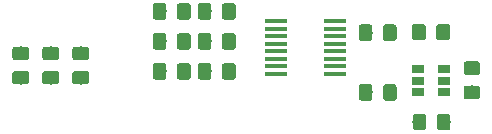
<source format=gbr>
G04 #@! TF.GenerationSoftware,KiCad,Pcbnew,6.0.0-rc1-unknown-r14633-2e907bfa*
G04 #@! TF.CreationDate,2018-12-23T16:51:31-08:00
G04 #@! TF.ProjectId,td-rgb,74642d72-6762-42e6-9b69-6361645f7063,rev?*
G04 #@! TF.SameCoordinates,Original*
G04 #@! TF.FileFunction,Paste,Top*
G04 #@! TF.FilePolarity,Positive*
%FSLAX46Y46*%
G04 Gerber Fmt 4.6, Leading zero omitted, Abs format (unit mm)*
G04 Created by KiCad (PCBNEW 6.0.0-rc1-unknown-r14633-2e907bfa) date Sun 23 Dec 2018 04:51:31 PM PST*
%MOMM*%
%LPD*%
G04 APERTURE LIST*
%ADD10R,1.960000X0.410000*%
%ADD11R,1.060000X0.650000*%
%ADD12C,0.100000*%
%ADD13C,1.150000*%
G04 APERTURE END LIST*
D10*
X152335000Y-94932500D03*
X152335000Y-94297500D03*
X152335000Y-93662500D03*
X152335000Y-93027500D03*
X152335000Y-92392500D03*
X152335000Y-91757500D03*
X152335000Y-91122500D03*
X152335000Y-90487500D03*
X147385000Y-90487500D03*
X147385000Y-91122500D03*
X147385000Y-91757500D03*
X147385000Y-92392500D03*
X147385000Y-93027500D03*
X147385000Y-93662500D03*
X147385000Y-94297500D03*
X147385000Y-94932500D03*
D11*
X159380000Y-94554999D03*
X159380000Y-95504999D03*
X159380000Y-96454999D03*
X161580000Y-96454999D03*
X161580000Y-94554999D03*
X161580000Y-95504999D03*
D12*
G36*
X161899505Y-98301204D02*
G01*
X161923773Y-98304804D01*
X161947572Y-98310765D01*
X161970671Y-98319030D01*
X161992850Y-98329520D01*
X162013893Y-98342132D01*
X162033599Y-98356747D01*
X162051777Y-98373223D01*
X162068253Y-98391401D01*
X162082868Y-98411107D01*
X162095480Y-98432150D01*
X162105970Y-98454329D01*
X162114235Y-98477428D01*
X162120196Y-98501227D01*
X162123796Y-98525495D01*
X162125000Y-98549999D01*
X162125000Y-99450001D01*
X162123796Y-99474505D01*
X162120196Y-99498773D01*
X162114235Y-99522572D01*
X162105970Y-99545671D01*
X162095480Y-99567850D01*
X162082868Y-99588893D01*
X162068253Y-99608599D01*
X162051777Y-99626777D01*
X162033599Y-99643253D01*
X162013893Y-99657868D01*
X161992850Y-99670480D01*
X161970671Y-99680970D01*
X161947572Y-99689235D01*
X161923773Y-99695196D01*
X161899505Y-99698796D01*
X161875001Y-99700000D01*
X161224999Y-99700000D01*
X161200495Y-99698796D01*
X161176227Y-99695196D01*
X161152428Y-99689235D01*
X161129329Y-99680970D01*
X161107150Y-99670480D01*
X161086107Y-99657868D01*
X161066401Y-99643253D01*
X161048223Y-99626777D01*
X161031747Y-99608599D01*
X161017132Y-99588893D01*
X161004520Y-99567850D01*
X160994030Y-99545671D01*
X160985765Y-99522572D01*
X160979804Y-99498773D01*
X160976204Y-99474505D01*
X160975000Y-99450001D01*
X160975000Y-98549999D01*
X160976204Y-98525495D01*
X160979804Y-98501227D01*
X160985765Y-98477428D01*
X160994030Y-98454329D01*
X161004520Y-98432150D01*
X161017132Y-98411107D01*
X161031747Y-98391401D01*
X161048223Y-98373223D01*
X161066401Y-98356747D01*
X161086107Y-98342132D01*
X161107150Y-98329520D01*
X161129329Y-98319030D01*
X161152428Y-98310765D01*
X161176227Y-98304804D01*
X161200495Y-98301204D01*
X161224999Y-98300000D01*
X161875001Y-98300000D01*
X161899505Y-98301204D01*
X161899505Y-98301204D01*
G37*
D13*
X161550000Y-99000000D03*
D12*
G36*
X159849505Y-98301204D02*
G01*
X159873773Y-98304804D01*
X159897572Y-98310765D01*
X159920671Y-98319030D01*
X159942850Y-98329520D01*
X159963893Y-98342132D01*
X159983599Y-98356747D01*
X160001777Y-98373223D01*
X160018253Y-98391401D01*
X160032868Y-98411107D01*
X160045480Y-98432150D01*
X160055970Y-98454329D01*
X160064235Y-98477428D01*
X160070196Y-98501227D01*
X160073796Y-98525495D01*
X160075000Y-98549999D01*
X160075000Y-99450001D01*
X160073796Y-99474505D01*
X160070196Y-99498773D01*
X160064235Y-99522572D01*
X160055970Y-99545671D01*
X160045480Y-99567850D01*
X160032868Y-99588893D01*
X160018253Y-99608599D01*
X160001777Y-99626777D01*
X159983599Y-99643253D01*
X159963893Y-99657868D01*
X159942850Y-99670480D01*
X159920671Y-99680970D01*
X159897572Y-99689235D01*
X159873773Y-99695196D01*
X159849505Y-99698796D01*
X159825001Y-99700000D01*
X159174999Y-99700000D01*
X159150495Y-99698796D01*
X159126227Y-99695196D01*
X159102428Y-99689235D01*
X159079329Y-99680970D01*
X159057150Y-99670480D01*
X159036107Y-99657868D01*
X159016401Y-99643253D01*
X158998223Y-99626777D01*
X158981747Y-99608599D01*
X158967132Y-99588893D01*
X158954520Y-99567850D01*
X158944030Y-99545671D01*
X158935765Y-99522572D01*
X158929804Y-99498773D01*
X158926204Y-99474505D01*
X158925000Y-99450001D01*
X158925000Y-98549999D01*
X158926204Y-98525495D01*
X158929804Y-98501227D01*
X158935765Y-98477428D01*
X158944030Y-98454329D01*
X158954520Y-98432150D01*
X158967132Y-98411107D01*
X158981747Y-98391401D01*
X158998223Y-98373223D01*
X159016401Y-98356747D01*
X159036107Y-98342132D01*
X159057150Y-98329520D01*
X159079329Y-98319030D01*
X159102428Y-98310765D01*
X159126227Y-98304804D01*
X159150495Y-98301204D01*
X159174999Y-98300000D01*
X159825001Y-98300000D01*
X159849505Y-98301204D01*
X159849505Y-98301204D01*
G37*
D13*
X159500000Y-99000000D03*
D12*
G36*
X159804505Y-90701204D02*
G01*
X159828773Y-90704804D01*
X159852572Y-90710765D01*
X159875671Y-90719030D01*
X159897850Y-90729520D01*
X159918893Y-90742132D01*
X159938599Y-90756747D01*
X159956777Y-90773223D01*
X159973253Y-90791401D01*
X159987868Y-90811107D01*
X160000480Y-90832150D01*
X160010970Y-90854329D01*
X160019235Y-90877428D01*
X160025196Y-90901227D01*
X160028796Y-90925495D01*
X160030000Y-90949999D01*
X160030000Y-91850001D01*
X160028796Y-91874505D01*
X160025196Y-91898773D01*
X160019235Y-91922572D01*
X160010970Y-91945671D01*
X160000480Y-91967850D01*
X159987868Y-91988893D01*
X159973253Y-92008599D01*
X159956777Y-92026777D01*
X159938599Y-92043253D01*
X159918893Y-92057868D01*
X159897850Y-92070480D01*
X159875671Y-92080970D01*
X159852572Y-92089235D01*
X159828773Y-92095196D01*
X159804505Y-92098796D01*
X159780001Y-92100000D01*
X159129999Y-92100000D01*
X159105495Y-92098796D01*
X159081227Y-92095196D01*
X159057428Y-92089235D01*
X159034329Y-92080970D01*
X159012150Y-92070480D01*
X158991107Y-92057868D01*
X158971401Y-92043253D01*
X158953223Y-92026777D01*
X158936747Y-92008599D01*
X158922132Y-91988893D01*
X158909520Y-91967850D01*
X158899030Y-91945671D01*
X158890765Y-91922572D01*
X158884804Y-91898773D01*
X158881204Y-91874505D01*
X158880000Y-91850001D01*
X158880000Y-90949999D01*
X158881204Y-90925495D01*
X158884804Y-90901227D01*
X158890765Y-90877428D01*
X158899030Y-90854329D01*
X158909520Y-90832150D01*
X158922132Y-90811107D01*
X158936747Y-90791401D01*
X158953223Y-90773223D01*
X158971401Y-90756747D01*
X158991107Y-90742132D01*
X159012150Y-90729520D01*
X159034329Y-90719030D01*
X159057428Y-90710765D01*
X159081227Y-90704804D01*
X159105495Y-90701204D01*
X159129999Y-90700000D01*
X159780001Y-90700000D01*
X159804505Y-90701204D01*
X159804505Y-90701204D01*
G37*
D13*
X159455000Y-91400000D03*
D12*
G36*
X161854505Y-90701204D02*
G01*
X161878773Y-90704804D01*
X161902572Y-90710765D01*
X161925671Y-90719030D01*
X161947850Y-90729520D01*
X161968893Y-90742132D01*
X161988599Y-90756747D01*
X162006777Y-90773223D01*
X162023253Y-90791401D01*
X162037868Y-90811107D01*
X162050480Y-90832150D01*
X162060970Y-90854329D01*
X162069235Y-90877428D01*
X162075196Y-90901227D01*
X162078796Y-90925495D01*
X162080000Y-90949999D01*
X162080000Y-91850001D01*
X162078796Y-91874505D01*
X162075196Y-91898773D01*
X162069235Y-91922572D01*
X162060970Y-91945671D01*
X162050480Y-91967850D01*
X162037868Y-91988893D01*
X162023253Y-92008599D01*
X162006777Y-92026777D01*
X161988599Y-92043253D01*
X161968893Y-92057868D01*
X161947850Y-92070480D01*
X161925671Y-92080970D01*
X161902572Y-92089235D01*
X161878773Y-92095196D01*
X161854505Y-92098796D01*
X161830001Y-92100000D01*
X161179999Y-92100000D01*
X161155495Y-92098796D01*
X161131227Y-92095196D01*
X161107428Y-92089235D01*
X161084329Y-92080970D01*
X161062150Y-92070480D01*
X161041107Y-92057868D01*
X161021401Y-92043253D01*
X161003223Y-92026777D01*
X160986747Y-92008599D01*
X160972132Y-91988893D01*
X160959520Y-91967850D01*
X160949030Y-91945671D01*
X160940765Y-91922572D01*
X160934804Y-91898773D01*
X160931204Y-91874505D01*
X160930000Y-91850001D01*
X160930000Y-90949999D01*
X160931204Y-90925495D01*
X160934804Y-90901227D01*
X160940765Y-90877428D01*
X160949030Y-90854329D01*
X160959520Y-90832150D01*
X160972132Y-90811107D01*
X160986747Y-90791401D01*
X161003223Y-90773223D01*
X161021401Y-90756747D01*
X161041107Y-90742132D01*
X161062150Y-90729520D01*
X161084329Y-90719030D01*
X161107428Y-90710765D01*
X161131227Y-90704804D01*
X161155495Y-90701204D01*
X161179999Y-90700000D01*
X161830001Y-90700000D01*
X161854505Y-90701204D01*
X161854505Y-90701204D01*
G37*
D13*
X161505000Y-91400000D03*
D12*
G36*
X164404504Y-95926204D02*
G01*
X164428772Y-95929804D01*
X164452571Y-95935765D01*
X164475670Y-95944030D01*
X164497849Y-95954520D01*
X164518892Y-95967132D01*
X164538598Y-95981747D01*
X164556776Y-95998223D01*
X164573252Y-96016401D01*
X164587867Y-96036107D01*
X164600479Y-96057150D01*
X164610969Y-96079329D01*
X164619234Y-96102428D01*
X164625195Y-96126227D01*
X164628795Y-96150495D01*
X164629999Y-96174999D01*
X164629999Y-96825001D01*
X164628795Y-96849505D01*
X164625195Y-96873773D01*
X164619234Y-96897572D01*
X164610969Y-96920671D01*
X164600479Y-96942850D01*
X164587867Y-96963893D01*
X164573252Y-96983599D01*
X164556776Y-97001777D01*
X164538598Y-97018253D01*
X164518892Y-97032868D01*
X164497849Y-97045480D01*
X164475670Y-97055970D01*
X164452571Y-97064235D01*
X164428772Y-97070196D01*
X164404504Y-97073796D01*
X164380000Y-97075000D01*
X163479998Y-97075000D01*
X163455494Y-97073796D01*
X163431226Y-97070196D01*
X163407427Y-97064235D01*
X163384328Y-97055970D01*
X163362149Y-97045480D01*
X163341106Y-97032868D01*
X163321400Y-97018253D01*
X163303222Y-97001777D01*
X163286746Y-96983599D01*
X163272131Y-96963893D01*
X163259519Y-96942850D01*
X163249029Y-96920671D01*
X163240764Y-96897572D01*
X163234803Y-96873773D01*
X163231203Y-96849505D01*
X163229999Y-96825001D01*
X163229999Y-96174999D01*
X163231203Y-96150495D01*
X163234803Y-96126227D01*
X163240764Y-96102428D01*
X163249029Y-96079329D01*
X163259519Y-96057150D01*
X163272131Y-96036107D01*
X163286746Y-96016401D01*
X163303222Y-95998223D01*
X163321400Y-95981747D01*
X163341106Y-95967132D01*
X163362149Y-95954520D01*
X163384328Y-95944030D01*
X163407427Y-95935765D01*
X163431226Y-95929804D01*
X163455494Y-95926204D01*
X163479998Y-95925000D01*
X164380000Y-95925000D01*
X164404504Y-95926204D01*
X164404504Y-95926204D01*
G37*
D13*
X163929999Y-96500000D03*
D12*
G36*
X164404504Y-93876204D02*
G01*
X164428772Y-93879804D01*
X164452571Y-93885765D01*
X164475670Y-93894030D01*
X164497849Y-93904520D01*
X164518892Y-93917132D01*
X164538598Y-93931747D01*
X164556776Y-93948223D01*
X164573252Y-93966401D01*
X164587867Y-93986107D01*
X164600479Y-94007150D01*
X164610969Y-94029329D01*
X164619234Y-94052428D01*
X164625195Y-94076227D01*
X164628795Y-94100495D01*
X164629999Y-94124999D01*
X164629999Y-94775001D01*
X164628795Y-94799505D01*
X164625195Y-94823773D01*
X164619234Y-94847572D01*
X164610969Y-94870671D01*
X164600479Y-94892850D01*
X164587867Y-94913893D01*
X164573252Y-94933599D01*
X164556776Y-94951777D01*
X164538598Y-94968253D01*
X164518892Y-94982868D01*
X164497849Y-94995480D01*
X164475670Y-95005970D01*
X164452571Y-95014235D01*
X164428772Y-95020196D01*
X164404504Y-95023796D01*
X164380000Y-95025000D01*
X163479998Y-95025000D01*
X163455494Y-95023796D01*
X163431226Y-95020196D01*
X163407427Y-95014235D01*
X163384328Y-95005970D01*
X163362149Y-94995480D01*
X163341106Y-94982868D01*
X163321400Y-94968253D01*
X163303222Y-94951777D01*
X163286746Y-94933599D01*
X163272131Y-94913893D01*
X163259519Y-94892850D01*
X163249029Y-94870671D01*
X163240764Y-94847572D01*
X163234803Y-94823773D01*
X163231203Y-94799505D01*
X163229999Y-94775001D01*
X163229999Y-94124999D01*
X163231203Y-94100495D01*
X163234803Y-94076227D01*
X163240764Y-94052428D01*
X163249029Y-94029329D01*
X163259519Y-94007150D01*
X163272131Y-93986107D01*
X163286746Y-93966401D01*
X163303222Y-93948223D01*
X163321400Y-93931747D01*
X163341106Y-93917132D01*
X163362149Y-93904520D01*
X163384328Y-93894030D01*
X163407427Y-93885765D01*
X163431226Y-93879804D01*
X163455494Y-93876204D01*
X163479998Y-93875000D01*
X164380000Y-93875000D01*
X164404504Y-93876204D01*
X164404504Y-93876204D01*
G37*
D13*
X163929999Y-94450000D03*
D12*
G36*
X137845381Y-88941906D02*
G01*
X137869649Y-88945506D01*
X137893448Y-88951467D01*
X137916547Y-88959732D01*
X137938726Y-88970222D01*
X137959769Y-88982834D01*
X137979475Y-88997449D01*
X137997653Y-89013925D01*
X138014129Y-89032103D01*
X138028744Y-89051809D01*
X138041356Y-89072852D01*
X138051846Y-89095031D01*
X138060111Y-89118130D01*
X138066072Y-89141929D01*
X138069672Y-89166197D01*
X138070876Y-89190701D01*
X138070876Y-90090703D01*
X138069672Y-90115207D01*
X138066072Y-90139475D01*
X138060111Y-90163274D01*
X138051846Y-90186373D01*
X138041356Y-90208552D01*
X138028744Y-90229595D01*
X138014129Y-90249301D01*
X137997653Y-90267479D01*
X137979475Y-90283955D01*
X137959769Y-90298570D01*
X137938726Y-90311182D01*
X137916547Y-90321672D01*
X137893448Y-90329937D01*
X137869649Y-90335898D01*
X137845381Y-90339498D01*
X137820877Y-90340702D01*
X137170875Y-90340702D01*
X137146371Y-90339498D01*
X137122103Y-90335898D01*
X137098304Y-90329937D01*
X137075205Y-90321672D01*
X137053026Y-90311182D01*
X137031983Y-90298570D01*
X137012277Y-90283955D01*
X136994099Y-90267479D01*
X136977623Y-90249301D01*
X136963008Y-90229595D01*
X136950396Y-90208552D01*
X136939906Y-90186373D01*
X136931641Y-90163274D01*
X136925680Y-90139475D01*
X136922080Y-90115207D01*
X136920876Y-90090703D01*
X136920876Y-89190701D01*
X136922080Y-89166197D01*
X136925680Y-89141929D01*
X136931641Y-89118130D01*
X136939906Y-89095031D01*
X136950396Y-89072852D01*
X136963008Y-89051809D01*
X136977623Y-89032103D01*
X136994099Y-89013925D01*
X137012277Y-88997449D01*
X137031983Y-88982834D01*
X137053026Y-88970222D01*
X137075205Y-88959732D01*
X137098304Y-88951467D01*
X137122103Y-88945506D01*
X137146371Y-88941906D01*
X137170875Y-88940702D01*
X137820877Y-88940702D01*
X137845381Y-88941906D01*
X137845381Y-88941906D01*
G37*
D13*
X137495876Y-89640702D03*
D12*
G36*
X139895381Y-88941906D02*
G01*
X139919649Y-88945506D01*
X139943448Y-88951467D01*
X139966547Y-88959732D01*
X139988726Y-88970222D01*
X140009769Y-88982834D01*
X140029475Y-88997449D01*
X140047653Y-89013925D01*
X140064129Y-89032103D01*
X140078744Y-89051809D01*
X140091356Y-89072852D01*
X140101846Y-89095031D01*
X140110111Y-89118130D01*
X140116072Y-89141929D01*
X140119672Y-89166197D01*
X140120876Y-89190701D01*
X140120876Y-90090703D01*
X140119672Y-90115207D01*
X140116072Y-90139475D01*
X140110111Y-90163274D01*
X140101846Y-90186373D01*
X140091356Y-90208552D01*
X140078744Y-90229595D01*
X140064129Y-90249301D01*
X140047653Y-90267479D01*
X140029475Y-90283955D01*
X140009769Y-90298570D01*
X139988726Y-90311182D01*
X139966547Y-90321672D01*
X139943448Y-90329937D01*
X139919649Y-90335898D01*
X139895381Y-90339498D01*
X139870877Y-90340702D01*
X139220875Y-90340702D01*
X139196371Y-90339498D01*
X139172103Y-90335898D01*
X139148304Y-90329937D01*
X139125205Y-90321672D01*
X139103026Y-90311182D01*
X139081983Y-90298570D01*
X139062277Y-90283955D01*
X139044099Y-90267479D01*
X139027623Y-90249301D01*
X139013008Y-90229595D01*
X139000396Y-90208552D01*
X138989906Y-90186373D01*
X138981641Y-90163274D01*
X138975680Y-90139475D01*
X138972080Y-90115207D01*
X138970876Y-90090703D01*
X138970876Y-89190701D01*
X138972080Y-89166197D01*
X138975680Y-89141929D01*
X138981641Y-89118130D01*
X138989906Y-89095031D01*
X139000396Y-89072852D01*
X139013008Y-89051809D01*
X139027623Y-89032103D01*
X139044099Y-89013925D01*
X139062277Y-88997449D01*
X139081983Y-88982834D01*
X139103026Y-88970222D01*
X139125205Y-88959732D01*
X139148304Y-88951467D01*
X139172103Y-88945506D01*
X139196371Y-88941906D01*
X139220875Y-88940702D01*
X139870877Y-88940702D01*
X139895381Y-88941906D01*
X139895381Y-88941906D01*
G37*
D13*
X139545876Y-89640702D03*
D12*
G36*
X137845381Y-91481906D02*
G01*
X137869649Y-91485506D01*
X137893448Y-91491467D01*
X137916547Y-91499732D01*
X137938726Y-91510222D01*
X137959769Y-91522834D01*
X137979475Y-91537449D01*
X137997653Y-91553925D01*
X138014129Y-91572103D01*
X138028744Y-91591809D01*
X138041356Y-91612852D01*
X138051846Y-91635031D01*
X138060111Y-91658130D01*
X138066072Y-91681929D01*
X138069672Y-91706197D01*
X138070876Y-91730701D01*
X138070876Y-92630703D01*
X138069672Y-92655207D01*
X138066072Y-92679475D01*
X138060111Y-92703274D01*
X138051846Y-92726373D01*
X138041356Y-92748552D01*
X138028744Y-92769595D01*
X138014129Y-92789301D01*
X137997653Y-92807479D01*
X137979475Y-92823955D01*
X137959769Y-92838570D01*
X137938726Y-92851182D01*
X137916547Y-92861672D01*
X137893448Y-92869937D01*
X137869649Y-92875898D01*
X137845381Y-92879498D01*
X137820877Y-92880702D01*
X137170875Y-92880702D01*
X137146371Y-92879498D01*
X137122103Y-92875898D01*
X137098304Y-92869937D01*
X137075205Y-92861672D01*
X137053026Y-92851182D01*
X137031983Y-92838570D01*
X137012277Y-92823955D01*
X136994099Y-92807479D01*
X136977623Y-92789301D01*
X136963008Y-92769595D01*
X136950396Y-92748552D01*
X136939906Y-92726373D01*
X136931641Y-92703274D01*
X136925680Y-92679475D01*
X136922080Y-92655207D01*
X136920876Y-92630703D01*
X136920876Y-91730701D01*
X136922080Y-91706197D01*
X136925680Y-91681929D01*
X136931641Y-91658130D01*
X136939906Y-91635031D01*
X136950396Y-91612852D01*
X136963008Y-91591809D01*
X136977623Y-91572103D01*
X136994099Y-91553925D01*
X137012277Y-91537449D01*
X137031983Y-91522834D01*
X137053026Y-91510222D01*
X137075205Y-91499732D01*
X137098304Y-91491467D01*
X137122103Y-91485506D01*
X137146371Y-91481906D01*
X137170875Y-91480702D01*
X137820877Y-91480702D01*
X137845381Y-91481906D01*
X137845381Y-91481906D01*
G37*
D13*
X137495876Y-92180702D03*
D12*
G36*
X139895381Y-91481906D02*
G01*
X139919649Y-91485506D01*
X139943448Y-91491467D01*
X139966547Y-91499732D01*
X139988726Y-91510222D01*
X140009769Y-91522834D01*
X140029475Y-91537449D01*
X140047653Y-91553925D01*
X140064129Y-91572103D01*
X140078744Y-91591809D01*
X140091356Y-91612852D01*
X140101846Y-91635031D01*
X140110111Y-91658130D01*
X140116072Y-91681929D01*
X140119672Y-91706197D01*
X140120876Y-91730701D01*
X140120876Y-92630703D01*
X140119672Y-92655207D01*
X140116072Y-92679475D01*
X140110111Y-92703274D01*
X140101846Y-92726373D01*
X140091356Y-92748552D01*
X140078744Y-92769595D01*
X140064129Y-92789301D01*
X140047653Y-92807479D01*
X140029475Y-92823955D01*
X140009769Y-92838570D01*
X139988726Y-92851182D01*
X139966547Y-92861672D01*
X139943448Y-92869937D01*
X139919649Y-92875898D01*
X139895381Y-92879498D01*
X139870877Y-92880702D01*
X139220875Y-92880702D01*
X139196371Y-92879498D01*
X139172103Y-92875898D01*
X139148304Y-92869937D01*
X139125205Y-92861672D01*
X139103026Y-92851182D01*
X139081983Y-92838570D01*
X139062277Y-92823955D01*
X139044099Y-92807479D01*
X139027623Y-92789301D01*
X139013008Y-92769595D01*
X139000396Y-92748552D01*
X138989906Y-92726373D01*
X138981641Y-92703274D01*
X138975680Y-92679475D01*
X138972080Y-92655207D01*
X138970876Y-92630703D01*
X138970876Y-91730701D01*
X138972080Y-91706197D01*
X138975680Y-91681929D01*
X138981641Y-91658130D01*
X138989906Y-91635031D01*
X139000396Y-91612852D01*
X139013008Y-91591809D01*
X139027623Y-91572103D01*
X139044099Y-91553925D01*
X139062277Y-91537449D01*
X139081983Y-91522834D01*
X139103026Y-91510222D01*
X139125205Y-91499732D01*
X139148304Y-91491467D01*
X139172103Y-91485506D01*
X139196371Y-91481906D01*
X139220875Y-91480702D01*
X139870877Y-91480702D01*
X139895381Y-91481906D01*
X139895381Y-91481906D01*
G37*
D13*
X139545876Y-92180702D03*
D12*
G36*
X137845381Y-94021906D02*
G01*
X137869649Y-94025506D01*
X137893448Y-94031467D01*
X137916547Y-94039732D01*
X137938726Y-94050222D01*
X137959769Y-94062834D01*
X137979475Y-94077449D01*
X137997653Y-94093925D01*
X138014129Y-94112103D01*
X138028744Y-94131809D01*
X138041356Y-94152852D01*
X138051846Y-94175031D01*
X138060111Y-94198130D01*
X138066072Y-94221929D01*
X138069672Y-94246197D01*
X138070876Y-94270701D01*
X138070876Y-95170703D01*
X138069672Y-95195207D01*
X138066072Y-95219475D01*
X138060111Y-95243274D01*
X138051846Y-95266373D01*
X138041356Y-95288552D01*
X138028744Y-95309595D01*
X138014129Y-95329301D01*
X137997653Y-95347479D01*
X137979475Y-95363955D01*
X137959769Y-95378570D01*
X137938726Y-95391182D01*
X137916547Y-95401672D01*
X137893448Y-95409937D01*
X137869649Y-95415898D01*
X137845381Y-95419498D01*
X137820877Y-95420702D01*
X137170875Y-95420702D01*
X137146371Y-95419498D01*
X137122103Y-95415898D01*
X137098304Y-95409937D01*
X137075205Y-95401672D01*
X137053026Y-95391182D01*
X137031983Y-95378570D01*
X137012277Y-95363955D01*
X136994099Y-95347479D01*
X136977623Y-95329301D01*
X136963008Y-95309595D01*
X136950396Y-95288552D01*
X136939906Y-95266373D01*
X136931641Y-95243274D01*
X136925680Y-95219475D01*
X136922080Y-95195207D01*
X136920876Y-95170703D01*
X136920876Y-94270701D01*
X136922080Y-94246197D01*
X136925680Y-94221929D01*
X136931641Y-94198130D01*
X136939906Y-94175031D01*
X136950396Y-94152852D01*
X136963008Y-94131809D01*
X136977623Y-94112103D01*
X136994099Y-94093925D01*
X137012277Y-94077449D01*
X137031983Y-94062834D01*
X137053026Y-94050222D01*
X137075205Y-94039732D01*
X137098304Y-94031467D01*
X137122103Y-94025506D01*
X137146371Y-94021906D01*
X137170875Y-94020702D01*
X137820877Y-94020702D01*
X137845381Y-94021906D01*
X137845381Y-94021906D01*
G37*
D13*
X137495876Y-94720702D03*
D12*
G36*
X139895381Y-94021906D02*
G01*
X139919649Y-94025506D01*
X139943448Y-94031467D01*
X139966547Y-94039732D01*
X139988726Y-94050222D01*
X140009769Y-94062834D01*
X140029475Y-94077449D01*
X140047653Y-94093925D01*
X140064129Y-94112103D01*
X140078744Y-94131809D01*
X140091356Y-94152852D01*
X140101846Y-94175031D01*
X140110111Y-94198130D01*
X140116072Y-94221929D01*
X140119672Y-94246197D01*
X140120876Y-94270701D01*
X140120876Y-95170703D01*
X140119672Y-95195207D01*
X140116072Y-95219475D01*
X140110111Y-95243274D01*
X140101846Y-95266373D01*
X140091356Y-95288552D01*
X140078744Y-95309595D01*
X140064129Y-95329301D01*
X140047653Y-95347479D01*
X140029475Y-95363955D01*
X140009769Y-95378570D01*
X139988726Y-95391182D01*
X139966547Y-95401672D01*
X139943448Y-95409937D01*
X139919649Y-95415898D01*
X139895381Y-95419498D01*
X139870877Y-95420702D01*
X139220875Y-95420702D01*
X139196371Y-95419498D01*
X139172103Y-95415898D01*
X139148304Y-95409937D01*
X139125205Y-95401672D01*
X139103026Y-95391182D01*
X139081983Y-95378570D01*
X139062277Y-95363955D01*
X139044099Y-95347479D01*
X139027623Y-95329301D01*
X139013008Y-95309595D01*
X139000396Y-95288552D01*
X138989906Y-95266373D01*
X138981641Y-95243274D01*
X138975680Y-95219475D01*
X138972080Y-95195207D01*
X138970876Y-95170703D01*
X138970876Y-94270701D01*
X138972080Y-94246197D01*
X138975680Y-94221929D01*
X138981641Y-94198130D01*
X138989906Y-94175031D01*
X139000396Y-94152852D01*
X139013008Y-94131809D01*
X139027623Y-94112103D01*
X139044099Y-94093925D01*
X139062277Y-94077449D01*
X139081983Y-94062834D01*
X139103026Y-94050222D01*
X139125205Y-94039732D01*
X139148304Y-94031467D01*
X139172103Y-94025506D01*
X139196371Y-94021906D01*
X139220875Y-94020702D01*
X139870877Y-94020702D01*
X139895381Y-94021906D01*
X139895381Y-94021906D01*
G37*
D13*
X139545876Y-94720702D03*
D12*
G36*
X143705381Y-88941906D02*
G01*
X143729649Y-88945506D01*
X143753448Y-88951467D01*
X143776547Y-88959732D01*
X143798726Y-88970222D01*
X143819769Y-88982834D01*
X143839475Y-88997449D01*
X143857653Y-89013925D01*
X143874129Y-89032103D01*
X143888744Y-89051809D01*
X143901356Y-89072852D01*
X143911846Y-89095031D01*
X143920111Y-89118130D01*
X143926072Y-89141929D01*
X143929672Y-89166197D01*
X143930876Y-89190701D01*
X143930876Y-90090703D01*
X143929672Y-90115207D01*
X143926072Y-90139475D01*
X143920111Y-90163274D01*
X143911846Y-90186373D01*
X143901356Y-90208552D01*
X143888744Y-90229595D01*
X143874129Y-90249301D01*
X143857653Y-90267479D01*
X143839475Y-90283955D01*
X143819769Y-90298570D01*
X143798726Y-90311182D01*
X143776547Y-90321672D01*
X143753448Y-90329937D01*
X143729649Y-90335898D01*
X143705381Y-90339498D01*
X143680877Y-90340702D01*
X143030875Y-90340702D01*
X143006371Y-90339498D01*
X142982103Y-90335898D01*
X142958304Y-90329937D01*
X142935205Y-90321672D01*
X142913026Y-90311182D01*
X142891983Y-90298570D01*
X142872277Y-90283955D01*
X142854099Y-90267479D01*
X142837623Y-90249301D01*
X142823008Y-90229595D01*
X142810396Y-90208552D01*
X142799906Y-90186373D01*
X142791641Y-90163274D01*
X142785680Y-90139475D01*
X142782080Y-90115207D01*
X142780876Y-90090703D01*
X142780876Y-89190701D01*
X142782080Y-89166197D01*
X142785680Y-89141929D01*
X142791641Y-89118130D01*
X142799906Y-89095031D01*
X142810396Y-89072852D01*
X142823008Y-89051809D01*
X142837623Y-89032103D01*
X142854099Y-89013925D01*
X142872277Y-88997449D01*
X142891983Y-88982834D01*
X142913026Y-88970222D01*
X142935205Y-88959732D01*
X142958304Y-88951467D01*
X142982103Y-88945506D01*
X143006371Y-88941906D01*
X143030875Y-88940702D01*
X143680877Y-88940702D01*
X143705381Y-88941906D01*
X143705381Y-88941906D01*
G37*
D13*
X143355876Y-89640702D03*
D12*
G36*
X141655381Y-88941906D02*
G01*
X141679649Y-88945506D01*
X141703448Y-88951467D01*
X141726547Y-88959732D01*
X141748726Y-88970222D01*
X141769769Y-88982834D01*
X141789475Y-88997449D01*
X141807653Y-89013925D01*
X141824129Y-89032103D01*
X141838744Y-89051809D01*
X141851356Y-89072852D01*
X141861846Y-89095031D01*
X141870111Y-89118130D01*
X141876072Y-89141929D01*
X141879672Y-89166197D01*
X141880876Y-89190701D01*
X141880876Y-90090703D01*
X141879672Y-90115207D01*
X141876072Y-90139475D01*
X141870111Y-90163274D01*
X141861846Y-90186373D01*
X141851356Y-90208552D01*
X141838744Y-90229595D01*
X141824129Y-90249301D01*
X141807653Y-90267479D01*
X141789475Y-90283955D01*
X141769769Y-90298570D01*
X141748726Y-90311182D01*
X141726547Y-90321672D01*
X141703448Y-90329937D01*
X141679649Y-90335898D01*
X141655381Y-90339498D01*
X141630877Y-90340702D01*
X140980875Y-90340702D01*
X140956371Y-90339498D01*
X140932103Y-90335898D01*
X140908304Y-90329937D01*
X140885205Y-90321672D01*
X140863026Y-90311182D01*
X140841983Y-90298570D01*
X140822277Y-90283955D01*
X140804099Y-90267479D01*
X140787623Y-90249301D01*
X140773008Y-90229595D01*
X140760396Y-90208552D01*
X140749906Y-90186373D01*
X140741641Y-90163274D01*
X140735680Y-90139475D01*
X140732080Y-90115207D01*
X140730876Y-90090703D01*
X140730876Y-89190701D01*
X140732080Y-89166197D01*
X140735680Y-89141929D01*
X140741641Y-89118130D01*
X140749906Y-89095031D01*
X140760396Y-89072852D01*
X140773008Y-89051809D01*
X140787623Y-89032103D01*
X140804099Y-89013925D01*
X140822277Y-88997449D01*
X140841983Y-88982834D01*
X140863026Y-88970222D01*
X140885205Y-88959732D01*
X140908304Y-88951467D01*
X140932103Y-88945506D01*
X140956371Y-88941906D01*
X140980875Y-88940702D01*
X141630877Y-88940702D01*
X141655381Y-88941906D01*
X141655381Y-88941906D01*
G37*
D13*
X141305876Y-89640702D03*
D12*
G36*
X143705381Y-91481906D02*
G01*
X143729649Y-91485506D01*
X143753448Y-91491467D01*
X143776547Y-91499732D01*
X143798726Y-91510222D01*
X143819769Y-91522834D01*
X143839475Y-91537449D01*
X143857653Y-91553925D01*
X143874129Y-91572103D01*
X143888744Y-91591809D01*
X143901356Y-91612852D01*
X143911846Y-91635031D01*
X143920111Y-91658130D01*
X143926072Y-91681929D01*
X143929672Y-91706197D01*
X143930876Y-91730701D01*
X143930876Y-92630703D01*
X143929672Y-92655207D01*
X143926072Y-92679475D01*
X143920111Y-92703274D01*
X143911846Y-92726373D01*
X143901356Y-92748552D01*
X143888744Y-92769595D01*
X143874129Y-92789301D01*
X143857653Y-92807479D01*
X143839475Y-92823955D01*
X143819769Y-92838570D01*
X143798726Y-92851182D01*
X143776547Y-92861672D01*
X143753448Y-92869937D01*
X143729649Y-92875898D01*
X143705381Y-92879498D01*
X143680877Y-92880702D01*
X143030875Y-92880702D01*
X143006371Y-92879498D01*
X142982103Y-92875898D01*
X142958304Y-92869937D01*
X142935205Y-92861672D01*
X142913026Y-92851182D01*
X142891983Y-92838570D01*
X142872277Y-92823955D01*
X142854099Y-92807479D01*
X142837623Y-92789301D01*
X142823008Y-92769595D01*
X142810396Y-92748552D01*
X142799906Y-92726373D01*
X142791641Y-92703274D01*
X142785680Y-92679475D01*
X142782080Y-92655207D01*
X142780876Y-92630703D01*
X142780876Y-91730701D01*
X142782080Y-91706197D01*
X142785680Y-91681929D01*
X142791641Y-91658130D01*
X142799906Y-91635031D01*
X142810396Y-91612852D01*
X142823008Y-91591809D01*
X142837623Y-91572103D01*
X142854099Y-91553925D01*
X142872277Y-91537449D01*
X142891983Y-91522834D01*
X142913026Y-91510222D01*
X142935205Y-91499732D01*
X142958304Y-91491467D01*
X142982103Y-91485506D01*
X143006371Y-91481906D01*
X143030875Y-91480702D01*
X143680877Y-91480702D01*
X143705381Y-91481906D01*
X143705381Y-91481906D01*
G37*
D13*
X143355876Y-92180702D03*
D12*
G36*
X141655381Y-91481906D02*
G01*
X141679649Y-91485506D01*
X141703448Y-91491467D01*
X141726547Y-91499732D01*
X141748726Y-91510222D01*
X141769769Y-91522834D01*
X141789475Y-91537449D01*
X141807653Y-91553925D01*
X141824129Y-91572103D01*
X141838744Y-91591809D01*
X141851356Y-91612852D01*
X141861846Y-91635031D01*
X141870111Y-91658130D01*
X141876072Y-91681929D01*
X141879672Y-91706197D01*
X141880876Y-91730701D01*
X141880876Y-92630703D01*
X141879672Y-92655207D01*
X141876072Y-92679475D01*
X141870111Y-92703274D01*
X141861846Y-92726373D01*
X141851356Y-92748552D01*
X141838744Y-92769595D01*
X141824129Y-92789301D01*
X141807653Y-92807479D01*
X141789475Y-92823955D01*
X141769769Y-92838570D01*
X141748726Y-92851182D01*
X141726547Y-92861672D01*
X141703448Y-92869937D01*
X141679649Y-92875898D01*
X141655381Y-92879498D01*
X141630877Y-92880702D01*
X140980875Y-92880702D01*
X140956371Y-92879498D01*
X140932103Y-92875898D01*
X140908304Y-92869937D01*
X140885205Y-92861672D01*
X140863026Y-92851182D01*
X140841983Y-92838570D01*
X140822277Y-92823955D01*
X140804099Y-92807479D01*
X140787623Y-92789301D01*
X140773008Y-92769595D01*
X140760396Y-92748552D01*
X140749906Y-92726373D01*
X140741641Y-92703274D01*
X140735680Y-92679475D01*
X140732080Y-92655207D01*
X140730876Y-92630703D01*
X140730876Y-91730701D01*
X140732080Y-91706197D01*
X140735680Y-91681929D01*
X140741641Y-91658130D01*
X140749906Y-91635031D01*
X140760396Y-91612852D01*
X140773008Y-91591809D01*
X140787623Y-91572103D01*
X140804099Y-91553925D01*
X140822277Y-91537449D01*
X140841983Y-91522834D01*
X140863026Y-91510222D01*
X140885205Y-91499732D01*
X140908304Y-91491467D01*
X140932103Y-91485506D01*
X140956371Y-91481906D01*
X140980875Y-91480702D01*
X141630877Y-91480702D01*
X141655381Y-91481906D01*
X141655381Y-91481906D01*
G37*
D13*
X141305876Y-92180702D03*
D12*
G36*
X143705381Y-94021906D02*
G01*
X143729649Y-94025506D01*
X143753448Y-94031467D01*
X143776547Y-94039732D01*
X143798726Y-94050222D01*
X143819769Y-94062834D01*
X143839475Y-94077449D01*
X143857653Y-94093925D01*
X143874129Y-94112103D01*
X143888744Y-94131809D01*
X143901356Y-94152852D01*
X143911846Y-94175031D01*
X143920111Y-94198130D01*
X143926072Y-94221929D01*
X143929672Y-94246197D01*
X143930876Y-94270701D01*
X143930876Y-95170703D01*
X143929672Y-95195207D01*
X143926072Y-95219475D01*
X143920111Y-95243274D01*
X143911846Y-95266373D01*
X143901356Y-95288552D01*
X143888744Y-95309595D01*
X143874129Y-95329301D01*
X143857653Y-95347479D01*
X143839475Y-95363955D01*
X143819769Y-95378570D01*
X143798726Y-95391182D01*
X143776547Y-95401672D01*
X143753448Y-95409937D01*
X143729649Y-95415898D01*
X143705381Y-95419498D01*
X143680877Y-95420702D01*
X143030875Y-95420702D01*
X143006371Y-95419498D01*
X142982103Y-95415898D01*
X142958304Y-95409937D01*
X142935205Y-95401672D01*
X142913026Y-95391182D01*
X142891983Y-95378570D01*
X142872277Y-95363955D01*
X142854099Y-95347479D01*
X142837623Y-95329301D01*
X142823008Y-95309595D01*
X142810396Y-95288552D01*
X142799906Y-95266373D01*
X142791641Y-95243274D01*
X142785680Y-95219475D01*
X142782080Y-95195207D01*
X142780876Y-95170703D01*
X142780876Y-94270701D01*
X142782080Y-94246197D01*
X142785680Y-94221929D01*
X142791641Y-94198130D01*
X142799906Y-94175031D01*
X142810396Y-94152852D01*
X142823008Y-94131809D01*
X142837623Y-94112103D01*
X142854099Y-94093925D01*
X142872277Y-94077449D01*
X142891983Y-94062834D01*
X142913026Y-94050222D01*
X142935205Y-94039732D01*
X142958304Y-94031467D01*
X142982103Y-94025506D01*
X143006371Y-94021906D01*
X143030875Y-94020702D01*
X143680877Y-94020702D01*
X143705381Y-94021906D01*
X143705381Y-94021906D01*
G37*
D13*
X143355876Y-94720702D03*
D12*
G36*
X141655381Y-94021906D02*
G01*
X141679649Y-94025506D01*
X141703448Y-94031467D01*
X141726547Y-94039732D01*
X141748726Y-94050222D01*
X141769769Y-94062834D01*
X141789475Y-94077449D01*
X141807653Y-94093925D01*
X141824129Y-94112103D01*
X141838744Y-94131809D01*
X141851356Y-94152852D01*
X141861846Y-94175031D01*
X141870111Y-94198130D01*
X141876072Y-94221929D01*
X141879672Y-94246197D01*
X141880876Y-94270701D01*
X141880876Y-95170703D01*
X141879672Y-95195207D01*
X141876072Y-95219475D01*
X141870111Y-95243274D01*
X141861846Y-95266373D01*
X141851356Y-95288552D01*
X141838744Y-95309595D01*
X141824129Y-95329301D01*
X141807653Y-95347479D01*
X141789475Y-95363955D01*
X141769769Y-95378570D01*
X141748726Y-95391182D01*
X141726547Y-95401672D01*
X141703448Y-95409937D01*
X141679649Y-95415898D01*
X141655381Y-95419498D01*
X141630877Y-95420702D01*
X140980875Y-95420702D01*
X140956371Y-95419498D01*
X140932103Y-95415898D01*
X140908304Y-95409937D01*
X140885205Y-95401672D01*
X140863026Y-95391182D01*
X140841983Y-95378570D01*
X140822277Y-95363955D01*
X140804099Y-95347479D01*
X140787623Y-95329301D01*
X140773008Y-95309595D01*
X140760396Y-95288552D01*
X140749906Y-95266373D01*
X140741641Y-95243274D01*
X140735680Y-95219475D01*
X140732080Y-95195207D01*
X140730876Y-95170703D01*
X140730876Y-94270701D01*
X140732080Y-94246197D01*
X140735680Y-94221929D01*
X140741641Y-94198130D01*
X140749906Y-94175031D01*
X140760396Y-94152852D01*
X140773008Y-94131809D01*
X140787623Y-94112103D01*
X140804099Y-94093925D01*
X140822277Y-94077449D01*
X140841983Y-94062834D01*
X140863026Y-94050222D01*
X140885205Y-94039732D01*
X140908304Y-94031467D01*
X140932103Y-94025506D01*
X140956371Y-94021906D01*
X140980875Y-94020702D01*
X141630877Y-94020702D01*
X141655381Y-94021906D01*
X141655381Y-94021906D01*
G37*
D13*
X141305876Y-94720702D03*
D12*
G36*
X126204505Y-92626204D02*
G01*
X126228773Y-92629804D01*
X126252572Y-92635765D01*
X126275671Y-92644030D01*
X126297850Y-92654520D01*
X126318893Y-92667132D01*
X126338599Y-92681747D01*
X126356777Y-92698223D01*
X126373253Y-92716401D01*
X126387868Y-92736107D01*
X126400480Y-92757150D01*
X126410970Y-92779329D01*
X126419235Y-92802428D01*
X126425196Y-92826227D01*
X126428796Y-92850495D01*
X126430000Y-92874999D01*
X126430000Y-93525001D01*
X126428796Y-93549505D01*
X126425196Y-93573773D01*
X126419235Y-93597572D01*
X126410970Y-93620671D01*
X126400480Y-93642850D01*
X126387868Y-93663893D01*
X126373253Y-93683599D01*
X126356777Y-93701777D01*
X126338599Y-93718253D01*
X126318893Y-93732868D01*
X126297850Y-93745480D01*
X126275671Y-93755970D01*
X126252572Y-93764235D01*
X126228773Y-93770196D01*
X126204505Y-93773796D01*
X126180001Y-93775000D01*
X125279999Y-93775000D01*
X125255495Y-93773796D01*
X125231227Y-93770196D01*
X125207428Y-93764235D01*
X125184329Y-93755970D01*
X125162150Y-93745480D01*
X125141107Y-93732868D01*
X125121401Y-93718253D01*
X125103223Y-93701777D01*
X125086747Y-93683599D01*
X125072132Y-93663893D01*
X125059520Y-93642850D01*
X125049030Y-93620671D01*
X125040765Y-93597572D01*
X125034804Y-93573773D01*
X125031204Y-93549505D01*
X125030000Y-93525001D01*
X125030000Y-92874999D01*
X125031204Y-92850495D01*
X125034804Y-92826227D01*
X125040765Y-92802428D01*
X125049030Y-92779329D01*
X125059520Y-92757150D01*
X125072132Y-92736107D01*
X125086747Y-92716401D01*
X125103223Y-92698223D01*
X125121401Y-92681747D01*
X125141107Y-92667132D01*
X125162150Y-92654520D01*
X125184329Y-92644030D01*
X125207428Y-92635765D01*
X125231227Y-92629804D01*
X125255495Y-92626204D01*
X125279999Y-92625000D01*
X126180001Y-92625000D01*
X126204505Y-92626204D01*
X126204505Y-92626204D01*
G37*
D13*
X125730000Y-93200000D03*
D12*
G36*
X126204505Y-94676204D02*
G01*
X126228773Y-94679804D01*
X126252572Y-94685765D01*
X126275671Y-94694030D01*
X126297850Y-94704520D01*
X126318893Y-94717132D01*
X126338599Y-94731747D01*
X126356777Y-94748223D01*
X126373253Y-94766401D01*
X126387868Y-94786107D01*
X126400480Y-94807150D01*
X126410970Y-94829329D01*
X126419235Y-94852428D01*
X126425196Y-94876227D01*
X126428796Y-94900495D01*
X126430000Y-94924999D01*
X126430000Y-95575001D01*
X126428796Y-95599505D01*
X126425196Y-95623773D01*
X126419235Y-95647572D01*
X126410970Y-95670671D01*
X126400480Y-95692850D01*
X126387868Y-95713893D01*
X126373253Y-95733599D01*
X126356777Y-95751777D01*
X126338599Y-95768253D01*
X126318893Y-95782868D01*
X126297850Y-95795480D01*
X126275671Y-95805970D01*
X126252572Y-95814235D01*
X126228773Y-95820196D01*
X126204505Y-95823796D01*
X126180001Y-95825000D01*
X125279999Y-95825000D01*
X125255495Y-95823796D01*
X125231227Y-95820196D01*
X125207428Y-95814235D01*
X125184329Y-95805970D01*
X125162150Y-95795480D01*
X125141107Y-95782868D01*
X125121401Y-95768253D01*
X125103223Y-95751777D01*
X125086747Y-95733599D01*
X125072132Y-95713893D01*
X125059520Y-95692850D01*
X125049030Y-95670671D01*
X125040765Y-95647572D01*
X125034804Y-95623773D01*
X125031204Y-95599505D01*
X125030000Y-95575001D01*
X125030000Y-94924999D01*
X125031204Y-94900495D01*
X125034804Y-94876227D01*
X125040765Y-94852428D01*
X125049030Y-94829329D01*
X125059520Y-94807150D01*
X125072132Y-94786107D01*
X125086747Y-94766401D01*
X125103223Y-94748223D01*
X125121401Y-94731747D01*
X125141107Y-94717132D01*
X125162150Y-94704520D01*
X125184329Y-94694030D01*
X125207428Y-94685765D01*
X125231227Y-94679804D01*
X125255495Y-94676204D01*
X125279999Y-94675000D01*
X126180001Y-94675000D01*
X126204505Y-94676204D01*
X126204505Y-94676204D01*
G37*
D13*
X125730000Y-95250000D03*
D12*
G36*
X128744505Y-92626204D02*
G01*
X128768773Y-92629804D01*
X128792572Y-92635765D01*
X128815671Y-92644030D01*
X128837850Y-92654520D01*
X128858893Y-92667132D01*
X128878599Y-92681747D01*
X128896777Y-92698223D01*
X128913253Y-92716401D01*
X128927868Y-92736107D01*
X128940480Y-92757150D01*
X128950970Y-92779329D01*
X128959235Y-92802428D01*
X128965196Y-92826227D01*
X128968796Y-92850495D01*
X128970000Y-92874999D01*
X128970000Y-93525001D01*
X128968796Y-93549505D01*
X128965196Y-93573773D01*
X128959235Y-93597572D01*
X128950970Y-93620671D01*
X128940480Y-93642850D01*
X128927868Y-93663893D01*
X128913253Y-93683599D01*
X128896777Y-93701777D01*
X128878599Y-93718253D01*
X128858893Y-93732868D01*
X128837850Y-93745480D01*
X128815671Y-93755970D01*
X128792572Y-93764235D01*
X128768773Y-93770196D01*
X128744505Y-93773796D01*
X128720001Y-93775000D01*
X127819999Y-93775000D01*
X127795495Y-93773796D01*
X127771227Y-93770196D01*
X127747428Y-93764235D01*
X127724329Y-93755970D01*
X127702150Y-93745480D01*
X127681107Y-93732868D01*
X127661401Y-93718253D01*
X127643223Y-93701777D01*
X127626747Y-93683599D01*
X127612132Y-93663893D01*
X127599520Y-93642850D01*
X127589030Y-93620671D01*
X127580765Y-93597572D01*
X127574804Y-93573773D01*
X127571204Y-93549505D01*
X127570000Y-93525001D01*
X127570000Y-92874999D01*
X127571204Y-92850495D01*
X127574804Y-92826227D01*
X127580765Y-92802428D01*
X127589030Y-92779329D01*
X127599520Y-92757150D01*
X127612132Y-92736107D01*
X127626747Y-92716401D01*
X127643223Y-92698223D01*
X127661401Y-92681747D01*
X127681107Y-92667132D01*
X127702150Y-92654520D01*
X127724329Y-92644030D01*
X127747428Y-92635765D01*
X127771227Y-92629804D01*
X127795495Y-92626204D01*
X127819999Y-92625000D01*
X128720001Y-92625000D01*
X128744505Y-92626204D01*
X128744505Y-92626204D01*
G37*
D13*
X128270000Y-93200000D03*
D12*
G36*
X128744505Y-94676204D02*
G01*
X128768773Y-94679804D01*
X128792572Y-94685765D01*
X128815671Y-94694030D01*
X128837850Y-94704520D01*
X128858893Y-94717132D01*
X128878599Y-94731747D01*
X128896777Y-94748223D01*
X128913253Y-94766401D01*
X128927868Y-94786107D01*
X128940480Y-94807150D01*
X128950970Y-94829329D01*
X128959235Y-94852428D01*
X128965196Y-94876227D01*
X128968796Y-94900495D01*
X128970000Y-94924999D01*
X128970000Y-95575001D01*
X128968796Y-95599505D01*
X128965196Y-95623773D01*
X128959235Y-95647572D01*
X128950970Y-95670671D01*
X128940480Y-95692850D01*
X128927868Y-95713893D01*
X128913253Y-95733599D01*
X128896777Y-95751777D01*
X128878599Y-95768253D01*
X128858893Y-95782868D01*
X128837850Y-95795480D01*
X128815671Y-95805970D01*
X128792572Y-95814235D01*
X128768773Y-95820196D01*
X128744505Y-95823796D01*
X128720001Y-95825000D01*
X127819999Y-95825000D01*
X127795495Y-95823796D01*
X127771227Y-95820196D01*
X127747428Y-95814235D01*
X127724329Y-95805970D01*
X127702150Y-95795480D01*
X127681107Y-95782868D01*
X127661401Y-95768253D01*
X127643223Y-95751777D01*
X127626747Y-95733599D01*
X127612132Y-95713893D01*
X127599520Y-95692850D01*
X127589030Y-95670671D01*
X127580765Y-95647572D01*
X127574804Y-95623773D01*
X127571204Y-95599505D01*
X127570000Y-95575001D01*
X127570000Y-94924999D01*
X127571204Y-94900495D01*
X127574804Y-94876227D01*
X127580765Y-94852428D01*
X127589030Y-94829329D01*
X127599520Y-94807150D01*
X127612132Y-94786107D01*
X127626747Y-94766401D01*
X127643223Y-94748223D01*
X127661401Y-94731747D01*
X127681107Y-94717132D01*
X127702150Y-94704520D01*
X127724329Y-94694030D01*
X127747428Y-94685765D01*
X127771227Y-94679804D01*
X127795495Y-94676204D01*
X127819999Y-94675000D01*
X128720001Y-94675000D01*
X128744505Y-94676204D01*
X128744505Y-94676204D01*
G37*
D13*
X128270000Y-95250000D03*
D12*
G36*
X131284505Y-92626204D02*
G01*
X131308773Y-92629804D01*
X131332572Y-92635765D01*
X131355671Y-92644030D01*
X131377850Y-92654520D01*
X131398893Y-92667132D01*
X131418599Y-92681747D01*
X131436777Y-92698223D01*
X131453253Y-92716401D01*
X131467868Y-92736107D01*
X131480480Y-92757150D01*
X131490970Y-92779329D01*
X131499235Y-92802428D01*
X131505196Y-92826227D01*
X131508796Y-92850495D01*
X131510000Y-92874999D01*
X131510000Y-93525001D01*
X131508796Y-93549505D01*
X131505196Y-93573773D01*
X131499235Y-93597572D01*
X131490970Y-93620671D01*
X131480480Y-93642850D01*
X131467868Y-93663893D01*
X131453253Y-93683599D01*
X131436777Y-93701777D01*
X131418599Y-93718253D01*
X131398893Y-93732868D01*
X131377850Y-93745480D01*
X131355671Y-93755970D01*
X131332572Y-93764235D01*
X131308773Y-93770196D01*
X131284505Y-93773796D01*
X131260001Y-93775000D01*
X130359999Y-93775000D01*
X130335495Y-93773796D01*
X130311227Y-93770196D01*
X130287428Y-93764235D01*
X130264329Y-93755970D01*
X130242150Y-93745480D01*
X130221107Y-93732868D01*
X130201401Y-93718253D01*
X130183223Y-93701777D01*
X130166747Y-93683599D01*
X130152132Y-93663893D01*
X130139520Y-93642850D01*
X130129030Y-93620671D01*
X130120765Y-93597572D01*
X130114804Y-93573773D01*
X130111204Y-93549505D01*
X130110000Y-93525001D01*
X130110000Y-92874999D01*
X130111204Y-92850495D01*
X130114804Y-92826227D01*
X130120765Y-92802428D01*
X130129030Y-92779329D01*
X130139520Y-92757150D01*
X130152132Y-92736107D01*
X130166747Y-92716401D01*
X130183223Y-92698223D01*
X130201401Y-92681747D01*
X130221107Y-92667132D01*
X130242150Y-92654520D01*
X130264329Y-92644030D01*
X130287428Y-92635765D01*
X130311227Y-92629804D01*
X130335495Y-92626204D01*
X130359999Y-92625000D01*
X131260001Y-92625000D01*
X131284505Y-92626204D01*
X131284505Y-92626204D01*
G37*
D13*
X130810000Y-93200000D03*
D12*
G36*
X131284505Y-94676204D02*
G01*
X131308773Y-94679804D01*
X131332572Y-94685765D01*
X131355671Y-94694030D01*
X131377850Y-94704520D01*
X131398893Y-94717132D01*
X131418599Y-94731747D01*
X131436777Y-94748223D01*
X131453253Y-94766401D01*
X131467868Y-94786107D01*
X131480480Y-94807150D01*
X131490970Y-94829329D01*
X131499235Y-94852428D01*
X131505196Y-94876227D01*
X131508796Y-94900495D01*
X131510000Y-94924999D01*
X131510000Y-95575001D01*
X131508796Y-95599505D01*
X131505196Y-95623773D01*
X131499235Y-95647572D01*
X131490970Y-95670671D01*
X131480480Y-95692850D01*
X131467868Y-95713893D01*
X131453253Y-95733599D01*
X131436777Y-95751777D01*
X131418599Y-95768253D01*
X131398893Y-95782868D01*
X131377850Y-95795480D01*
X131355671Y-95805970D01*
X131332572Y-95814235D01*
X131308773Y-95820196D01*
X131284505Y-95823796D01*
X131260001Y-95825000D01*
X130359999Y-95825000D01*
X130335495Y-95823796D01*
X130311227Y-95820196D01*
X130287428Y-95814235D01*
X130264329Y-95805970D01*
X130242150Y-95795480D01*
X130221107Y-95782868D01*
X130201401Y-95768253D01*
X130183223Y-95751777D01*
X130166747Y-95733599D01*
X130152132Y-95713893D01*
X130139520Y-95692850D01*
X130129030Y-95670671D01*
X130120765Y-95647572D01*
X130114804Y-95623773D01*
X130111204Y-95599505D01*
X130110000Y-95575001D01*
X130110000Y-94924999D01*
X130111204Y-94900495D01*
X130114804Y-94876227D01*
X130120765Y-94852428D01*
X130129030Y-94829329D01*
X130139520Y-94807150D01*
X130152132Y-94786107D01*
X130166747Y-94766401D01*
X130183223Y-94748223D01*
X130201401Y-94731747D01*
X130221107Y-94717132D01*
X130242150Y-94704520D01*
X130264329Y-94694030D01*
X130287428Y-94685765D01*
X130311227Y-94679804D01*
X130335495Y-94676204D01*
X130359999Y-94675000D01*
X131260001Y-94675000D01*
X131284505Y-94676204D01*
X131284505Y-94676204D01*
G37*
D13*
X130810000Y-95250000D03*
D12*
G36*
X157339505Y-90741204D02*
G01*
X157363773Y-90744804D01*
X157387572Y-90750765D01*
X157410671Y-90759030D01*
X157432850Y-90769520D01*
X157453893Y-90782132D01*
X157473599Y-90796747D01*
X157491777Y-90813223D01*
X157508253Y-90831401D01*
X157522868Y-90851107D01*
X157535480Y-90872150D01*
X157545970Y-90894329D01*
X157554235Y-90917428D01*
X157560196Y-90941227D01*
X157563796Y-90965495D01*
X157565000Y-90989999D01*
X157565000Y-91890001D01*
X157563796Y-91914505D01*
X157560196Y-91938773D01*
X157554235Y-91962572D01*
X157545970Y-91985671D01*
X157535480Y-92007850D01*
X157522868Y-92028893D01*
X157508253Y-92048599D01*
X157491777Y-92066777D01*
X157473599Y-92083253D01*
X157453893Y-92097868D01*
X157432850Y-92110480D01*
X157410671Y-92120970D01*
X157387572Y-92129235D01*
X157363773Y-92135196D01*
X157339505Y-92138796D01*
X157315001Y-92140000D01*
X156664999Y-92140000D01*
X156640495Y-92138796D01*
X156616227Y-92135196D01*
X156592428Y-92129235D01*
X156569329Y-92120970D01*
X156547150Y-92110480D01*
X156526107Y-92097868D01*
X156506401Y-92083253D01*
X156488223Y-92066777D01*
X156471747Y-92048599D01*
X156457132Y-92028893D01*
X156444520Y-92007850D01*
X156434030Y-91985671D01*
X156425765Y-91962572D01*
X156419804Y-91938773D01*
X156416204Y-91914505D01*
X156415000Y-91890001D01*
X156415000Y-90989999D01*
X156416204Y-90965495D01*
X156419804Y-90941227D01*
X156425765Y-90917428D01*
X156434030Y-90894329D01*
X156444520Y-90872150D01*
X156457132Y-90851107D01*
X156471747Y-90831401D01*
X156488223Y-90813223D01*
X156506401Y-90796747D01*
X156526107Y-90782132D01*
X156547150Y-90769520D01*
X156569329Y-90759030D01*
X156592428Y-90750765D01*
X156616227Y-90744804D01*
X156640495Y-90741204D01*
X156664999Y-90740000D01*
X157315001Y-90740000D01*
X157339505Y-90741204D01*
X157339505Y-90741204D01*
G37*
D13*
X156990000Y-91440000D03*
D12*
G36*
X155289505Y-90741204D02*
G01*
X155313773Y-90744804D01*
X155337572Y-90750765D01*
X155360671Y-90759030D01*
X155382850Y-90769520D01*
X155403893Y-90782132D01*
X155423599Y-90796747D01*
X155441777Y-90813223D01*
X155458253Y-90831401D01*
X155472868Y-90851107D01*
X155485480Y-90872150D01*
X155495970Y-90894329D01*
X155504235Y-90917428D01*
X155510196Y-90941227D01*
X155513796Y-90965495D01*
X155515000Y-90989999D01*
X155515000Y-91890001D01*
X155513796Y-91914505D01*
X155510196Y-91938773D01*
X155504235Y-91962572D01*
X155495970Y-91985671D01*
X155485480Y-92007850D01*
X155472868Y-92028893D01*
X155458253Y-92048599D01*
X155441777Y-92066777D01*
X155423599Y-92083253D01*
X155403893Y-92097868D01*
X155382850Y-92110480D01*
X155360671Y-92120970D01*
X155337572Y-92129235D01*
X155313773Y-92135196D01*
X155289505Y-92138796D01*
X155265001Y-92140000D01*
X154614999Y-92140000D01*
X154590495Y-92138796D01*
X154566227Y-92135196D01*
X154542428Y-92129235D01*
X154519329Y-92120970D01*
X154497150Y-92110480D01*
X154476107Y-92097868D01*
X154456401Y-92083253D01*
X154438223Y-92066777D01*
X154421747Y-92048599D01*
X154407132Y-92028893D01*
X154394520Y-92007850D01*
X154384030Y-91985671D01*
X154375765Y-91962572D01*
X154369804Y-91938773D01*
X154366204Y-91914505D01*
X154365000Y-91890001D01*
X154365000Y-90989999D01*
X154366204Y-90965495D01*
X154369804Y-90941227D01*
X154375765Y-90917428D01*
X154384030Y-90894329D01*
X154394520Y-90872150D01*
X154407132Y-90851107D01*
X154421747Y-90831401D01*
X154438223Y-90813223D01*
X154456401Y-90796747D01*
X154476107Y-90782132D01*
X154497150Y-90769520D01*
X154519329Y-90759030D01*
X154542428Y-90750765D01*
X154566227Y-90744804D01*
X154590495Y-90741204D01*
X154614999Y-90740000D01*
X155265001Y-90740000D01*
X155289505Y-90741204D01*
X155289505Y-90741204D01*
G37*
D13*
X154940000Y-91440000D03*
D12*
G36*
X157339505Y-95801204D02*
G01*
X157363773Y-95804804D01*
X157387572Y-95810765D01*
X157410671Y-95819030D01*
X157432850Y-95829520D01*
X157453893Y-95842132D01*
X157473599Y-95856747D01*
X157491777Y-95873223D01*
X157508253Y-95891401D01*
X157522868Y-95911107D01*
X157535480Y-95932150D01*
X157545970Y-95954329D01*
X157554235Y-95977428D01*
X157560196Y-96001227D01*
X157563796Y-96025495D01*
X157565000Y-96049999D01*
X157565000Y-96950001D01*
X157563796Y-96974505D01*
X157560196Y-96998773D01*
X157554235Y-97022572D01*
X157545970Y-97045671D01*
X157535480Y-97067850D01*
X157522868Y-97088893D01*
X157508253Y-97108599D01*
X157491777Y-97126777D01*
X157473599Y-97143253D01*
X157453893Y-97157868D01*
X157432850Y-97170480D01*
X157410671Y-97180970D01*
X157387572Y-97189235D01*
X157363773Y-97195196D01*
X157339505Y-97198796D01*
X157315001Y-97200000D01*
X156664999Y-97200000D01*
X156640495Y-97198796D01*
X156616227Y-97195196D01*
X156592428Y-97189235D01*
X156569329Y-97180970D01*
X156547150Y-97170480D01*
X156526107Y-97157868D01*
X156506401Y-97143253D01*
X156488223Y-97126777D01*
X156471747Y-97108599D01*
X156457132Y-97088893D01*
X156444520Y-97067850D01*
X156434030Y-97045671D01*
X156425765Y-97022572D01*
X156419804Y-96998773D01*
X156416204Y-96974505D01*
X156415000Y-96950001D01*
X156415000Y-96049999D01*
X156416204Y-96025495D01*
X156419804Y-96001227D01*
X156425765Y-95977428D01*
X156434030Y-95954329D01*
X156444520Y-95932150D01*
X156457132Y-95911107D01*
X156471747Y-95891401D01*
X156488223Y-95873223D01*
X156506401Y-95856747D01*
X156526107Y-95842132D01*
X156547150Y-95829520D01*
X156569329Y-95819030D01*
X156592428Y-95810765D01*
X156616227Y-95804804D01*
X156640495Y-95801204D01*
X156664999Y-95800000D01*
X157315001Y-95800000D01*
X157339505Y-95801204D01*
X157339505Y-95801204D01*
G37*
D13*
X156990000Y-96500000D03*
D12*
G36*
X155289505Y-95801204D02*
G01*
X155313773Y-95804804D01*
X155337572Y-95810765D01*
X155360671Y-95819030D01*
X155382850Y-95829520D01*
X155403893Y-95842132D01*
X155423599Y-95856747D01*
X155441777Y-95873223D01*
X155458253Y-95891401D01*
X155472868Y-95911107D01*
X155485480Y-95932150D01*
X155495970Y-95954329D01*
X155504235Y-95977428D01*
X155510196Y-96001227D01*
X155513796Y-96025495D01*
X155515000Y-96049999D01*
X155515000Y-96950001D01*
X155513796Y-96974505D01*
X155510196Y-96998773D01*
X155504235Y-97022572D01*
X155495970Y-97045671D01*
X155485480Y-97067850D01*
X155472868Y-97088893D01*
X155458253Y-97108599D01*
X155441777Y-97126777D01*
X155423599Y-97143253D01*
X155403893Y-97157868D01*
X155382850Y-97170480D01*
X155360671Y-97180970D01*
X155337572Y-97189235D01*
X155313773Y-97195196D01*
X155289505Y-97198796D01*
X155265001Y-97200000D01*
X154614999Y-97200000D01*
X154590495Y-97198796D01*
X154566227Y-97195196D01*
X154542428Y-97189235D01*
X154519329Y-97180970D01*
X154497150Y-97170480D01*
X154476107Y-97157868D01*
X154456401Y-97143253D01*
X154438223Y-97126777D01*
X154421747Y-97108599D01*
X154407132Y-97088893D01*
X154394520Y-97067850D01*
X154384030Y-97045671D01*
X154375765Y-97022572D01*
X154369804Y-96998773D01*
X154366204Y-96974505D01*
X154365000Y-96950001D01*
X154365000Y-96049999D01*
X154366204Y-96025495D01*
X154369804Y-96001227D01*
X154375765Y-95977428D01*
X154384030Y-95954329D01*
X154394520Y-95932150D01*
X154407132Y-95911107D01*
X154421747Y-95891401D01*
X154438223Y-95873223D01*
X154456401Y-95856747D01*
X154476107Y-95842132D01*
X154497150Y-95829520D01*
X154519329Y-95819030D01*
X154542428Y-95810765D01*
X154566227Y-95804804D01*
X154590495Y-95801204D01*
X154614999Y-95800000D01*
X155265001Y-95800000D01*
X155289505Y-95801204D01*
X155289505Y-95801204D01*
G37*
D13*
X154940000Y-96500000D03*
M02*

</source>
